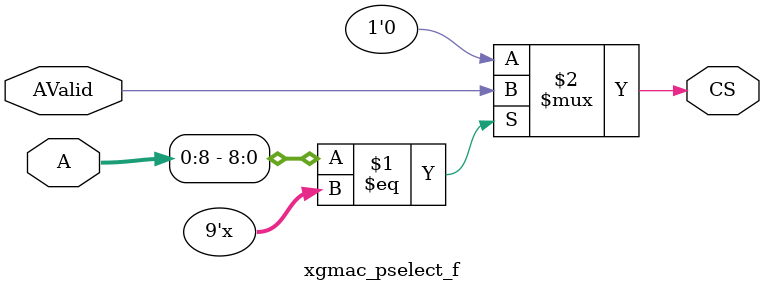
<source format=v>
module xgmac_pselect_f (A, AValid, CS);

parameter C_AB  = 9;
parameter C_AW  = 32;
parameter [0:C_AW - 1] C_BAR =  'bz;
parameter C_FAMILY  = "nofamily";
input[0:C_AW-1] A; 
input AValid; 
output CS; 
wire CS;
parameter [0:C_AB-1]BAR = C_BAR[0:C_AB-1];

//----------------------------------------------------------------------------
// Build a behavioral decoder
//----------------------------------------------------------------------------
generate
if (C_AB > 0) begin : XST_WA
assign CS = (A[0:C_AB - 1] == BAR[0:C_AB - 1]) ? AValid : 1'b0 ;
end
endgenerate

generate
if (C_AB == 0) begin : PASS_ON_GEN
assign CS = AValid ;
end
endgenerate
endmodule

</source>
